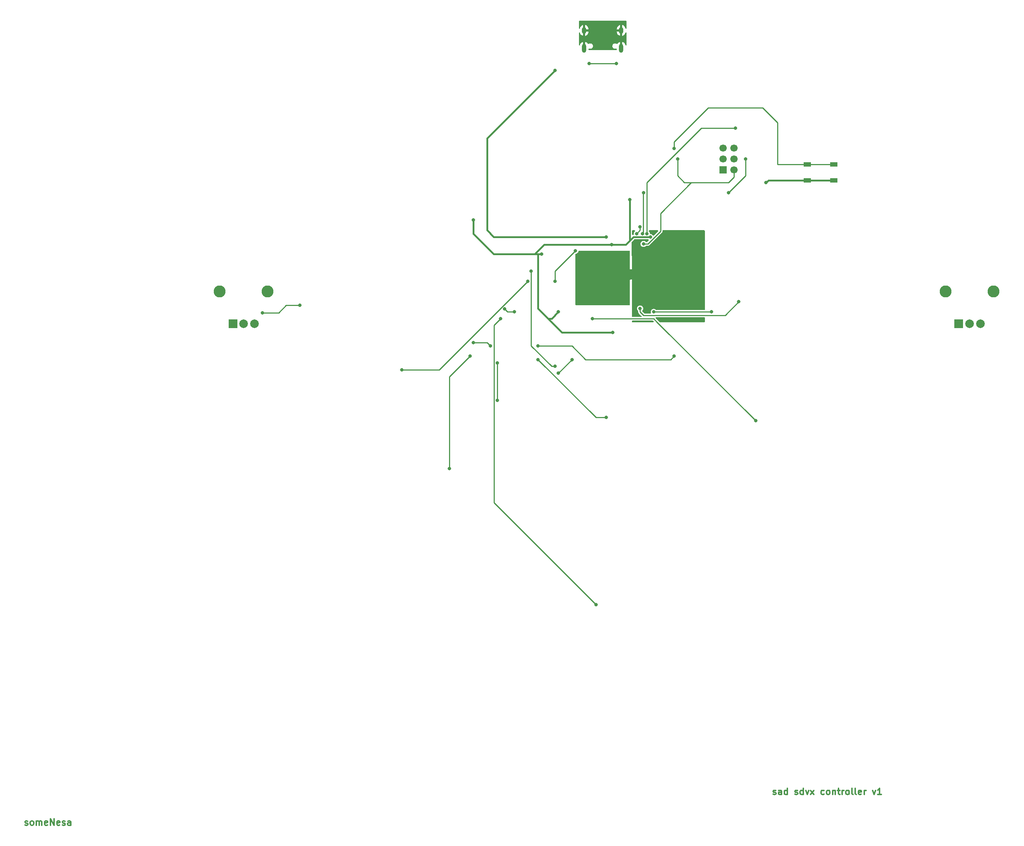
<source format=gbr>
%TF.GenerationSoftware,KiCad,Pcbnew,(6.0.5)*%
%TF.CreationDate,2022-06-07T02:55:43-07:00*%
%TF.ProjectId,sdvx-pcb,73647678-2d70-4636-922e-6b696361645f,rev?*%
%TF.SameCoordinates,Original*%
%TF.FileFunction,Copper,L1,Top*%
%TF.FilePolarity,Positive*%
%FSLAX46Y46*%
G04 Gerber Fmt 4.6, Leading zero omitted, Abs format (unit mm)*
G04 Created by KiCad (PCBNEW (6.0.5)) date 2022-06-07 02:55:43*
%MOMM*%
%LPD*%
G01*
G04 APERTURE LIST*
%ADD10C,0.300000*%
%TA.AperFunction,NonConductor*%
%ADD11C,0.300000*%
%TD*%
%TA.AperFunction,SMDPad,CuDef*%
%ADD12R,1.800000X1.100000*%
%TD*%
%TA.AperFunction,ComponentPad*%
%ADD13R,2.000000X2.000000*%
%TD*%
%TA.AperFunction,ComponentPad*%
%ADD14C,2.000000*%
%TD*%
%TA.AperFunction,ComponentPad*%
%ADD15C,2.800000*%
%TD*%
%TA.AperFunction,ComponentPad*%
%ADD16C,1.700000*%
%TD*%
%TA.AperFunction,ComponentPad*%
%ADD17R,1.700000X1.700000*%
%TD*%
%TA.AperFunction,ComponentPad*%
%ADD18O,1.000000X2.100000*%
%TD*%
%TA.AperFunction,ComponentPad*%
%ADD19O,1.000000X1.600000*%
%TD*%
%TA.AperFunction,ViaPad*%
%ADD20C,0.800000*%
%TD*%
%TA.AperFunction,Conductor*%
%ADD21C,0.254000*%
%TD*%
%TA.AperFunction,Conductor*%
%ADD22C,0.381000*%
%TD*%
G04 APERTURE END LIST*
D10*
D11*
X187417857Y-190313392D02*
X187560714Y-190384821D01*
X187846428Y-190384821D01*
X187989285Y-190313392D01*
X188060714Y-190170535D01*
X188060714Y-190099107D01*
X187989285Y-189956250D01*
X187846428Y-189884821D01*
X187632142Y-189884821D01*
X187489285Y-189813392D01*
X187417857Y-189670535D01*
X187417857Y-189599107D01*
X187489285Y-189456250D01*
X187632142Y-189384821D01*
X187846428Y-189384821D01*
X187989285Y-189456250D01*
X189346428Y-190384821D02*
X189346428Y-189599107D01*
X189275000Y-189456250D01*
X189132142Y-189384821D01*
X188846428Y-189384821D01*
X188703571Y-189456250D01*
X189346428Y-190313392D02*
X189203571Y-190384821D01*
X188846428Y-190384821D01*
X188703571Y-190313392D01*
X188632142Y-190170535D01*
X188632142Y-190027678D01*
X188703571Y-189884821D01*
X188846428Y-189813392D01*
X189203571Y-189813392D01*
X189346428Y-189741964D01*
X190703571Y-190384821D02*
X190703571Y-188884821D01*
X190703571Y-190313392D02*
X190560714Y-190384821D01*
X190275000Y-190384821D01*
X190132142Y-190313392D01*
X190060714Y-190241964D01*
X189989285Y-190099107D01*
X189989285Y-189670535D01*
X190060714Y-189527678D01*
X190132142Y-189456250D01*
X190275000Y-189384821D01*
X190560714Y-189384821D01*
X190703571Y-189456250D01*
X192489285Y-190313392D02*
X192632142Y-190384821D01*
X192917857Y-190384821D01*
X193060714Y-190313392D01*
X193132142Y-190170535D01*
X193132142Y-190099107D01*
X193060714Y-189956250D01*
X192917857Y-189884821D01*
X192703571Y-189884821D01*
X192560714Y-189813392D01*
X192489285Y-189670535D01*
X192489285Y-189599107D01*
X192560714Y-189456250D01*
X192703571Y-189384821D01*
X192917857Y-189384821D01*
X193060714Y-189456250D01*
X194417857Y-190384821D02*
X194417857Y-188884821D01*
X194417857Y-190313392D02*
X194275000Y-190384821D01*
X193989285Y-190384821D01*
X193846428Y-190313392D01*
X193775000Y-190241964D01*
X193703571Y-190099107D01*
X193703571Y-189670535D01*
X193775000Y-189527678D01*
X193846428Y-189456250D01*
X193989285Y-189384821D01*
X194275000Y-189384821D01*
X194417857Y-189456250D01*
X194989285Y-189384821D02*
X195346428Y-190384821D01*
X195703571Y-189384821D01*
X196132142Y-190384821D02*
X196917857Y-189384821D01*
X196132142Y-189384821D02*
X196917857Y-190384821D01*
X199275000Y-190313392D02*
X199132142Y-190384821D01*
X198846428Y-190384821D01*
X198703571Y-190313392D01*
X198632142Y-190241964D01*
X198560714Y-190099107D01*
X198560714Y-189670535D01*
X198632142Y-189527678D01*
X198703571Y-189456250D01*
X198846428Y-189384821D01*
X199132142Y-189384821D01*
X199275000Y-189456250D01*
X200132142Y-190384821D02*
X199989285Y-190313392D01*
X199917857Y-190241964D01*
X199846428Y-190099107D01*
X199846428Y-189670535D01*
X199917857Y-189527678D01*
X199989285Y-189456250D01*
X200132142Y-189384821D01*
X200346428Y-189384821D01*
X200489285Y-189456250D01*
X200560714Y-189527678D01*
X200632142Y-189670535D01*
X200632142Y-190099107D01*
X200560714Y-190241964D01*
X200489285Y-190313392D01*
X200346428Y-190384821D01*
X200132142Y-190384821D01*
X201275000Y-189384821D02*
X201275000Y-190384821D01*
X201275000Y-189527678D02*
X201346428Y-189456250D01*
X201489285Y-189384821D01*
X201703571Y-189384821D01*
X201846428Y-189456250D01*
X201917857Y-189599107D01*
X201917857Y-190384821D01*
X202417857Y-189384821D02*
X202989285Y-189384821D01*
X202632142Y-188884821D02*
X202632142Y-190170535D01*
X202703571Y-190313392D01*
X202846428Y-190384821D01*
X202989285Y-190384821D01*
X203489285Y-190384821D02*
X203489285Y-189384821D01*
X203489285Y-189670535D02*
X203560714Y-189527678D01*
X203632142Y-189456250D01*
X203775000Y-189384821D01*
X203917857Y-189384821D01*
X204632142Y-190384821D02*
X204489285Y-190313392D01*
X204417857Y-190241964D01*
X204346428Y-190099107D01*
X204346428Y-189670535D01*
X204417857Y-189527678D01*
X204489285Y-189456250D01*
X204632142Y-189384821D01*
X204846428Y-189384821D01*
X204989285Y-189456250D01*
X205060714Y-189527678D01*
X205132142Y-189670535D01*
X205132142Y-190099107D01*
X205060714Y-190241964D01*
X204989285Y-190313392D01*
X204846428Y-190384821D01*
X204632142Y-190384821D01*
X205989285Y-190384821D02*
X205846428Y-190313392D01*
X205775000Y-190170535D01*
X205775000Y-188884821D01*
X206775000Y-190384821D02*
X206632142Y-190313392D01*
X206560714Y-190170535D01*
X206560714Y-188884821D01*
X207917857Y-190313392D02*
X207775000Y-190384821D01*
X207489285Y-190384821D01*
X207346428Y-190313392D01*
X207275000Y-190170535D01*
X207275000Y-189599107D01*
X207346428Y-189456250D01*
X207489285Y-189384821D01*
X207775000Y-189384821D01*
X207917857Y-189456250D01*
X207989285Y-189599107D01*
X207989285Y-189741964D01*
X207275000Y-189884821D01*
X208632142Y-190384821D02*
X208632142Y-189384821D01*
X208632142Y-189670535D02*
X208703571Y-189527678D01*
X208775000Y-189456250D01*
X208917857Y-189384821D01*
X209060714Y-189384821D01*
X210560714Y-189384821D02*
X210917857Y-190384821D01*
X211275000Y-189384821D01*
X212632142Y-190384821D02*
X211775000Y-190384821D01*
X212203571Y-190384821D02*
X212203571Y-188884821D01*
X212060714Y-189099107D01*
X211917857Y-189241964D01*
X211775000Y-189313392D01*
D10*
D11*
X12899107Y-197457142D02*
X13041964Y-197528571D01*
X13327678Y-197528571D01*
X13470535Y-197457142D01*
X13541964Y-197314285D01*
X13541964Y-197242857D01*
X13470535Y-197100000D01*
X13327678Y-197028571D01*
X13113392Y-197028571D01*
X12970535Y-196957142D01*
X12899107Y-196814285D01*
X12899107Y-196742857D01*
X12970535Y-196600000D01*
X13113392Y-196528571D01*
X13327678Y-196528571D01*
X13470535Y-196600000D01*
X14399107Y-197528571D02*
X14256250Y-197457142D01*
X14184821Y-197385714D01*
X14113392Y-197242857D01*
X14113392Y-196814285D01*
X14184821Y-196671428D01*
X14256250Y-196600000D01*
X14399107Y-196528571D01*
X14613392Y-196528571D01*
X14756250Y-196600000D01*
X14827678Y-196671428D01*
X14899107Y-196814285D01*
X14899107Y-197242857D01*
X14827678Y-197385714D01*
X14756250Y-197457142D01*
X14613392Y-197528571D01*
X14399107Y-197528571D01*
X15541964Y-197528571D02*
X15541964Y-196528571D01*
X15541964Y-196671428D02*
X15613392Y-196600000D01*
X15756250Y-196528571D01*
X15970535Y-196528571D01*
X16113392Y-196600000D01*
X16184821Y-196742857D01*
X16184821Y-197528571D01*
X16184821Y-196742857D02*
X16256250Y-196600000D01*
X16399107Y-196528571D01*
X16613392Y-196528571D01*
X16756250Y-196600000D01*
X16827678Y-196742857D01*
X16827678Y-197528571D01*
X18113392Y-197457142D02*
X17970535Y-197528571D01*
X17684821Y-197528571D01*
X17541964Y-197457142D01*
X17470535Y-197314285D01*
X17470535Y-196742857D01*
X17541964Y-196600000D01*
X17684821Y-196528571D01*
X17970535Y-196528571D01*
X18113392Y-196600000D01*
X18184821Y-196742857D01*
X18184821Y-196885714D01*
X17470535Y-197028571D01*
X18827678Y-197528571D02*
X18827678Y-196028571D01*
X19684821Y-197528571D01*
X19684821Y-196028571D01*
X20970535Y-197457142D02*
X20827678Y-197528571D01*
X20541964Y-197528571D01*
X20399107Y-197457142D01*
X20327678Y-197314285D01*
X20327678Y-196742857D01*
X20399107Y-196600000D01*
X20541964Y-196528571D01*
X20827678Y-196528571D01*
X20970535Y-196600000D01*
X21041964Y-196742857D01*
X21041964Y-196885714D01*
X20327678Y-197028571D01*
X21613392Y-197457142D02*
X21756250Y-197528571D01*
X22041964Y-197528571D01*
X22184821Y-197457142D01*
X22256250Y-197314285D01*
X22256250Y-197242857D01*
X22184821Y-197100000D01*
X22041964Y-197028571D01*
X21827678Y-197028571D01*
X21684821Y-196957142D01*
X21613392Y-196814285D01*
X21613392Y-196742857D01*
X21684821Y-196600000D01*
X21827678Y-196528571D01*
X22041964Y-196528571D01*
X22184821Y-196600000D01*
X23541964Y-197528571D02*
X23541964Y-196742857D01*
X23470535Y-196600000D01*
X23327678Y-196528571D01*
X23041964Y-196528571D01*
X22899107Y-196600000D01*
X23541964Y-197457142D02*
X23399107Y-197528571D01*
X23041964Y-197528571D01*
X22899107Y-197457142D01*
X22827678Y-197314285D01*
X22827678Y-197171428D01*
X22899107Y-197028571D01*
X23041964Y-196957142D01*
X23399107Y-196957142D01*
X23541964Y-196885714D01*
D12*
%TO.P,SW1,1,1*%
%TO.N,GND*%
X201537500Y-47093750D03*
X195337500Y-47093750D03*
%TO.P,SW1,2,2*%
%TO.N,RESET*%
X201537500Y-43393750D03*
X195337500Y-43393750D03*
%TD*%
D13*
%TO.P,VOL-R1,A,A*%
%TO.N,VOLRA*%
X230706250Y-80525000D03*
D14*
%TO.P,VOL-R1,B,B*%
%TO.N,VOLRB*%
X235706250Y-80525000D03*
%TO.P,VOL-R1,C,C*%
%TO.N,VOLROUT*%
X233206250Y-80525000D03*
D15*
%TO.P,VOL-R1,MP*%
%TO.N,N/C*%
X238806250Y-73025000D03*
X227606250Y-73025000D03*
%TD*%
D13*
%TO.P,VOL-L1,A,A*%
%TO.N,VOLLA*%
X61393750Y-80525000D03*
D14*
%TO.P,VOL-L1,B,B*%
%TO.N,VOLLB*%
X66393750Y-80525000D03*
%TO.P,VOL-L1,C,C*%
%TO.N,VOLLOUT*%
X63893750Y-80525000D03*
D15*
%TO.P,VOL-L1,MP*%
%TO.N,N/C*%
X58293750Y-73025000D03*
X69493750Y-73025000D03*
%TD*%
D16*
%TO.P,J1,1,MISO*%
%TO.N,MISO*%
X178276250Y-39528750D03*
%TO.P,J1,2,VCC*%
%TO.N,+5V*%
X175736250Y-39528750D03*
%TO.P,J1,3,SCK*%
%TO.N,SCK*%
X178276250Y-42068750D03*
%TO.P,J1,4,MOSI*%
%TO.N,MOSI*%
X175736250Y-42068750D03*
%TO.P,J1,5,~{RST}*%
%TO.N,RESET*%
X178276250Y-44608750D03*
D17*
%TO.P,J1,6,GND*%
%TO.N,GND*%
X175736250Y-44608750D03*
%TD*%
D18*
%TO.P,USB1,13,SHIELD*%
%TO.N,GND*%
X151957500Y-16302500D03*
X143317500Y-16302500D03*
D19*
X151957500Y-12122500D03*
X143317500Y-12122500D03*
%TD*%
D20*
%TO.N,KEYROW*%
X130175000Y-70643750D03*
X136525000Y-70643750D03*
X141287500Y-63500000D03*
X100806250Y-91281250D03*
%TO.N,COLA*%
X137318750Y-92075000D03*
X140493750Y-88900000D03*
%TO.N,COLB*%
X123031250Y-89693750D03*
X123031250Y-98425000D03*
%TO.N,COLC*%
X132556250Y-88900000D03*
X148431250Y-102393750D03*
%TO.N,COLD*%
X145256250Y-79375000D03*
X183356250Y-103187500D03*
%TO.N,GND*%
X145256250Y-13493750D03*
X136525000Y-21431250D03*
X148431250Y-60325000D03*
X147637500Y-12700000D03*
X150018750Y-13493750D03*
X185737500Y-47625000D03*
%TO.N,+5V*%
X137318750Y-77787500D03*
X133350000Y-64293750D03*
X149684673Y-62103031D03*
X153987500Y-51593750D03*
X158750000Y-60325000D03*
X117475000Y-56356250D03*
X150018750Y-82550000D03*
%TO.N,VCC*%
X144462500Y-19843750D03*
X150812500Y-19843750D03*
%TO.N,COLL*%
X111918750Y-114300000D03*
X116681250Y-88106250D03*
%TO.N,COLR*%
X146050000Y-146050000D03*
X123825000Y-79375000D03*
%TO.N,MISO*%
X157956250Y-59531250D03*
X178593750Y-34925000D03*
%TO.N,SCK*%
X177006250Y-50006250D03*
X180975000Y-42068750D03*
X156368750Y-57943750D03*
X155575000Y-59531250D03*
%TO.N,MOSI*%
X156942785Y-59517288D03*
X157162500Y-50006250D03*
%TO.N,RESET*%
X165100000Y-42068750D03*
X157162500Y-61912500D03*
X164306250Y-39687500D03*
%TO.N,START*%
X179387500Y-75406250D03*
X156368750Y-76993750D03*
%TO.N,VOLLB*%
X132556250Y-85725000D03*
X121443750Y-85725000D03*
X164306250Y-88106250D03*
X117475000Y-84931250D03*
%TO.N,VOLRB*%
X159543750Y-77787500D03*
X173037500Y-77787500D03*
%TO.N,VOLLA*%
X127000000Y-77787500D03*
X124735589Y-77110589D03*
%TO.N,VOLLOUT*%
X76993750Y-76200000D03*
X68262500Y-77968730D03*
%TO.N,VOLROUT*%
X130968750Y-68262500D03*
X136525000Y-90487500D03*
%TD*%
D21*
%TO.N,KEYROW*%
X130175000Y-70643750D02*
X109537500Y-91281250D01*
X109537500Y-91281250D02*
X100806250Y-91281250D01*
X136525000Y-68262500D02*
X136525000Y-70643750D01*
X141287500Y-63500000D02*
X136525000Y-68262500D01*
%TO.N,COLA*%
X140493750Y-88900000D02*
X137318750Y-92075000D01*
%TO.N,COLB*%
X123031250Y-98425000D02*
X123031250Y-89693750D01*
%TO.N,COLC*%
X146050000Y-102393750D02*
X148431250Y-102393750D01*
X132556250Y-88900000D02*
X146050000Y-102393750D01*
%TO.N,COLD*%
X183356250Y-103187500D02*
X160337500Y-80168750D01*
X145256250Y-79375000D02*
X159543750Y-79375000D01*
X159543750Y-79375000D02*
X160337500Y-80168750D01*
D22*
%TO.N,GND*%
X122237500Y-60325000D02*
X120650000Y-58737500D01*
X201537500Y-47093750D02*
X195337500Y-47093750D01*
X195337500Y-47093750D02*
X186268750Y-47093750D01*
X148431250Y-60325000D02*
X122237500Y-60325000D01*
X120650000Y-58737500D02*
X120650000Y-37306250D01*
X186268750Y-47093750D02*
X185737500Y-47625000D01*
X120650000Y-37306250D02*
X136525000Y-21431250D01*
%TO.N,+5V*%
X135731250Y-79375000D02*
X134937500Y-79375000D01*
X138112500Y-82550000D02*
X150018750Y-82550000D01*
X117475000Y-59531250D02*
X117475000Y-56356250D01*
X122237500Y-64293750D02*
X117475000Y-59531250D01*
X137318750Y-77787500D02*
X135731250Y-79375000D01*
X132556250Y-64293750D02*
X131762500Y-64293750D01*
X131762500Y-64293750D02*
X133953230Y-62103020D01*
X133953230Y-62103020D02*
X150018750Y-62103020D01*
X154781250Y-60325000D02*
X153987500Y-61118750D01*
X153987500Y-51593750D02*
X153987500Y-61118750D01*
X153987500Y-61118750D02*
X153003230Y-62103020D01*
X133350000Y-64293750D02*
X132556250Y-64293750D01*
X158750000Y-60325000D02*
X154781250Y-60325000D01*
X153003230Y-62103020D02*
X150018750Y-62103020D01*
X131762500Y-64293750D02*
X122237500Y-64293750D01*
X134937500Y-79375000D02*
X138112500Y-82550000D01*
X132556250Y-64293750D02*
X132556250Y-76993750D01*
X132556250Y-76993750D02*
X134937500Y-79375000D01*
D21*
%TO.N,VCC*%
X150812500Y-19843750D02*
X144462500Y-19843750D01*
%TO.N,COLL*%
X111918750Y-114300000D02*
X111918750Y-92868750D01*
X111918750Y-92868750D02*
X116681250Y-88106250D01*
%TO.N,COLR*%
X122304739Y-122304739D02*
X122304739Y-80895261D01*
X122304739Y-80895261D02*
X123825000Y-79375000D01*
X146050000Y-146050000D02*
X122304739Y-122304739D01*
%TO.N,MISO*%
X170656250Y-34925000D02*
X169068750Y-36512500D01*
X169068750Y-36512500D02*
X157956250Y-47625000D01*
X157956250Y-47625000D02*
X157956250Y-59531250D01*
X178593750Y-34925000D02*
X170656250Y-34925000D01*
%TO.N,SCK*%
X156368750Y-58737500D02*
X155575000Y-59531250D01*
X156368750Y-57943750D02*
X156368750Y-58737500D01*
X180975000Y-46037500D02*
X177006250Y-50006250D01*
X180975000Y-42068750D02*
X180975000Y-46037500D01*
%TO.N,MOSI*%
X157095261Y-59364812D02*
X157095261Y-50073489D01*
X157095261Y-50073489D02*
X157162500Y-50006250D01*
X156942785Y-59517288D02*
X157095261Y-59364812D01*
%TO.N,RESET*%
X161131250Y-57943750D02*
X161131250Y-54768750D01*
X157162500Y-61912500D02*
X158189943Y-61912500D01*
X195337500Y-43393750D02*
X188381250Y-43393750D01*
X164306250Y-38100000D02*
X164306250Y-39687500D01*
X158189943Y-61912500D02*
X161131250Y-58971193D01*
X195337500Y-43393750D02*
X201537500Y-43393750D01*
X188381250Y-33600000D02*
X184943750Y-30162500D01*
X161131250Y-58971193D02*
X161131250Y-57943750D01*
X166687500Y-47625000D02*
X177006250Y-47625000D01*
X165100000Y-46037500D02*
X166687500Y-47625000D01*
X178276250Y-46355000D02*
X178276250Y-44608750D01*
X177006250Y-47625000D02*
X178276250Y-46355000D01*
X184943750Y-30162500D02*
X172243750Y-30162500D01*
X172243750Y-30162500D02*
X165893750Y-36512500D01*
X161131250Y-54768750D02*
X168275000Y-47625000D01*
X188381250Y-43393750D02*
X188381250Y-33600000D01*
X165100000Y-42068750D02*
X165100000Y-46037500D01*
X165893750Y-36512500D02*
X164306250Y-38100000D01*
%TO.N,START*%
X176212500Y-78581250D02*
X157162500Y-78581250D01*
X157162500Y-78581250D02*
X156368750Y-77787500D01*
X156368750Y-77787500D02*
X156368750Y-76993750D01*
X179387500Y-75406250D02*
X176212500Y-78581250D01*
%TO.N,VOLLB*%
X117475000Y-84931250D02*
X120650000Y-84931250D01*
X120650000Y-84931250D02*
X121443750Y-85725000D01*
X140493750Y-85725000D02*
X143668750Y-88900000D01*
X163512500Y-88900000D02*
X164306250Y-88106250D01*
X143668750Y-88900000D02*
X163512500Y-88900000D01*
X132556250Y-85725000D02*
X140493750Y-85725000D01*
%TO.N,VOLRB*%
X159543750Y-77787500D02*
X173037500Y-77787500D01*
%TO.N,VOLLA*%
X124735589Y-77110589D02*
X125412500Y-77787500D01*
X125412500Y-77787500D02*
X127000000Y-77787500D01*
%TO.N,VOLLOUT*%
X68262500Y-77968730D02*
X72050020Y-77968730D01*
X73818750Y-76200000D02*
X76993750Y-76200000D01*
X72050020Y-77968730D02*
X73818750Y-76200000D01*
%TO.N,VOLROUT*%
X135731250Y-90487500D02*
X130968750Y-85725000D01*
X136525000Y-90487500D02*
X135731250Y-90487500D01*
X130968750Y-85725000D02*
X130968750Y-68262500D01*
%TD*%
%TA.AperFunction,NonConductor*%
G36*
X155139081Y-58757502D02*
G01*
X155185574Y-58811158D01*
X155195678Y-58881432D01*
X155166184Y-58946012D01*
X155153790Y-58958449D01*
X155044615Y-59053689D01*
X154946010Y-59193989D01*
X154883718Y-59353759D01*
X154861335Y-59523776D01*
X154871619Y-59616924D01*
X154879264Y-59686173D01*
X154866858Y-59756078D01*
X154818628Y-59808178D01*
X154754025Y-59826000D01*
X154745421Y-59826000D01*
X154740982Y-59826636D01*
X154740977Y-59826636D01*
X154735342Y-59827443D01*
X154725286Y-59828473D01*
X154711067Y-59829356D01*
X154687974Y-59830788D01*
X154687971Y-59830789D01*
X154679019Y-59831344D01*
X154670580Y-59834390D01*
X154666752Y-59835183D01*
X154652382Y-59838766D01*
X154648642Y-59839859D01*
X154639760Y-59841132D01*
X154639609Y-59840077D01*
X154576871Y-59840010D01*
X154517186Y-59801561D01*
X154487763Y-59736949D01*
X154486500Y-59719152D01*
X154486500Y-58863500D01*
X154506502Y-58795379D01*
X154560158Y-58748886D01*
X154612500Y-58737500D01*
X155070960Y-58737500D01*
X155139081Y-58757502D01*
G37*
%TD.AperFunction*%
%TA.AperFunction,NonConductor*%
G36*
X160512984Y-58757502D02*
G01*
X160559477Y-58811158D01*
X160569581Y-58881432D01*
X160540087Y-58946012D01*
X160533958Y-58952595D01*
X159534306Y-59952247D01*
X159471994Y-59986273D01*
X159401179Y-59981208D01*
X159341371Y-59934520D01*
X159312064Y-59891878D01*
X159285357Y-59853019D01*
X159279686Y-59847966D01*
X159162993Y-59743996D01*
X159162990Y-59743994D01*
X159157321Y-59738943D01*
X159119943Y-59719152D01*
X159012481Y-59662254D01*
X159012482Y-59662254D01*
X159005769Y-59658700D01*
X158998404Y-59656850D01*
X158846822Y-59618775D01*
X158846818Y-59618775D01*
X158839451Y-59616924D01*
X158831852Y-59616884D01*
X158831850Y-59616884D01*
X158807589Y-59616757D01*
X158791304Y-59616672D01*
X158723288Y-59596314D01*
X158677077Y-59542416D01*
X158666876Y-59505812D01*
X158650265Y-59368549D01*
X158650264Y-59368546D01*
X158649352Y-59361008D01*
X158588737Y-59200594D01*
X158527116Y-59110935D01*
X158495909Y-59065528D01*
X158495908Y-59065526D01*
X158491607Y-59059269D01*
X158477552Y-59046746D01*
X158433931Y-59007882D01*
X158396376Y-58947632D01*
X158391750Y-58913805D01*
X158391750Y-58863500D01*
X158411752Y-58795379D01*
X158465408Y-58748886D01*
X158517750Y-58737500D01*
X160444863Y-58737500D01*
X160512984Y-58757502D01*
G37*
%TD.AperFunction*%
%TA.AperFunction,NonConductor*%
G36*
X171392121Y-58757502D02*
G01*
X171438614Y-58811158D01*
X171450000Y-58863500D01*
X171450000Y-77226000D01*
X171429998Y-77294121D01*
X171376342Y-77340614D01*
X171324000Y-77352000D01*
X160166944Y-77352000D01*
X160098823Y-77331998D01*
X160079338Y-77315260D01*
X160079107Y-77315519D01*
X159956743Y-77206496D01*
X159956740Y-77206494D01*
X159951071Y-77201443D01*
X159943075Y-77197209D01*
X159806231Y-77124754D01*
X159806232Y-77124754D01*
X159799519Y-77121200D01*
X159781946Y-77116786D01*
X159640572Y-77081275D01*
X159640568Y-77081275D01*
X159633201Y-77079424D01*
X159625602Y-77079384D01*
X159625600Y-77079384D01*
X159554144Y-77079010D01*
X159461719Y-77078526D01*
X159454339Y-77080298D01*
X159454337Y-77080298D01*
X159302352Y-77116786D01*
X159302348Y-77116787D01*
X159294973Y-77118558D01*
X159142589Y-77197209D01*
X159013365Y-77309939D01*
X158914760Y-77450239D01*
X158852468Y-77610009D01*
X158851476Y-77617542D01*
X158851476Y-77617543D01*
X158832510Y-77761609D01*
X158830085Y-77780026D01*
X158834725Y-77822055D01*
X158847583Y-77938517D01*
X158848903Y-77950475D01*
X158851512Y-77957606D01*
X158851513Y-77957608D01*
X158858408Y-77976449D01*
X158863034Y-78047295D01*
X158828624Y-78109395D01*
X158766102Y-78143034D01*
X158740082Y-78145750D01*
X157395080Y-78145750D01*
X157326959Y-78125748D01*
X157305985Y-78108845D01*
X156871763Y-77674623D01*
X156837737Y-77612311D01*
X156842802Y-77541496D01*
X156879027Y-77489717D01*
X156888328Y-77481773D01*
X156894105Y-77476839D01*
X156994174Y-77337580D01*
X157058135Y-77178470D01*
X157082297Y-77008697D01*
X157082454Y-76993750D01*
X157061852Y-76823508D01*
X157001237Y-76663094D01*
X156904107Y-76521769D01*
X156898436Y-76516716D01*
X156781743Y-76412746D01*
X156781740Y-76412744D01*
X156776071Y-76407693D01*
X156768075Y-76403459D01*
X156631231Y-76331004D01*
X156631232Y-76331004D01*
X156624519Y-76327450D01*
X156606946Y-76323036D01*
X156465572Y-76287525D01*
X156465568Y-76287525D01*
X156458201Y-76285674D01*
X156450602Y-76285634D01*
X156450600Y-76285634D01*
X156379144Y-76285260D01*
X156286719Y-76284776D01*
X156279339Y-76286548D01*
X156279337Y-76286548D01*
X156127352Y-76323036D01*
X156127348Y-76323037D01*
X156119973Y-76324808D01*
X155967589Y-76403459D01*
X155838365Y-76516189D01*
X155739760Y-76656489D01*
X155677468Y-76816259D01*
X155655085Y-76986276D01*
X155664494Y-77071500D01*
X155670074Y-77122039D01*
X155673903Y-77156725D01*
X155676512Y-77163856D01*
X155676513Y-77163858D01*
X155699254Y-77226000D01*
X155732835Y-77317765D01*
X155828480Y-77460099D01*
X155834098Y-77465211D01*
X155892049Y-77517942D01*
X155928972Y-77578582D01*
X155933250Y-77611136D01*
X155933250Y-77754175D01*
X155932377Y-77768983D01*
X155928548Y-77801334D01*
X155930240Y-77810598D01*
X155930240Y-77810600D01*
X155938729Y-77857081D01*
X155939379Y-77860984D01*
X155947801Y-77917001D01*
X155950822Y-77923292D01*
X155952076Y-77930159D01*
X155976121Y-77976449D01*
X155978210Y-77980470D01*
X155979972Y-77983997D01*
X156004488Y-78035052D01*
X156009224Y-78040176D01*
X156012443Y-78046372D01*
X156016607Y-78051247D01*
X156052553Y-78087193D01*
X156055982Y-78090758D01*
X156093381Y-78131216D01*
X156099570Y-78134810D01*
X156105331Y-78139971D01*
X156689765Y-78724405D01*
X156723791Y-78786717D01*
X156718726Y-78857532D01*
X156676179Y-78914368D01*
X156609659Y-78939179D01*
X156600670Y-78939500D01*
X154572015Y-78939500D01*
X154503894Y-78919498D01*
X154457401Y-78865842D01*
X154446015Y-78813313D01*
X154446055Y-78786717D01*
X154458729Y-70250501D01*
X154444676Y-70250706D01*
X154444675Y-70250706D01*
X154325087Y-70252452D01*
X153987500Y-70257380D01*
X152441276Y-70279952D01*
X152500180Y-67879625D01*
X154458729Y-67864899D01*
X154458612Y-67850327D01*
X154407047Y-61458107D01*
X154426499Y-61389828D01*
X154443947Y-61367996D01*
X154951037Y-60860905D01*
X155013350Y-60826880D01*
X155040133Y-60824000D01*
X158196867Y-60824000D01*
X158264988Y-60844002D01*
X158281666Y-60856806D01*
X158336565Y-60906760D01*
X158345912Y-60911835D01*
X158347486Y-60913401D01*
X158349433Y-60914785D01*
X158349202Y-60915109D01*
X158396235Y-60961913D01*
X158411496Y-61031250D01*
X158386847Y-61097831D01*
X158374890Y-61111663D01*
X158046458Y-61440095D01*
X157984146Y-61474121D01*
X157957363Y-61477000D01*
X157785694Y-61477000D01*
X157717573Y-61456998D01*
X157698088Y-61440260D01*
X157697857Y-61440519D01*
X157575493Y-61331496D01*
X157575490Y-61331494D01*
X157569821Y-61326443D01*
X157561825Y-61322209D01*
X157424981Y-61249754D01*
X157424982Y-61249754D01*
X157418269Y-61246200D01*
X157400696Y-61241786D01*
X157259322Y-61206275D01*
X157259318Y-61206275D01*
X157251951Y-61204424D01*
X157244352Y-61204384D01*
X157244350Y-61204384D01*
X157172894Y-61204010D01*
X157080469Y-61203526D01*
X157073089Y-61205298D01*
X157073087Y-61205298D01*
X156921102Y-61241786D01*
X156921098Y-61241787D01*
X156913723Y-61243558D01*
X156761339Y-61322209D01*
X156632115Y-61434939D01*
X156533510Y-61575239D01*
X156530750Y-61582319D01*
X156493323Y-61678314D01*
X156471218Y-61735009D01*
X156470226Y-61742542D01*
X156470226Y-61742543D01*
X156450608Y-61891561D01*
X156448835Y-61905026D01*
X156467653Y-62075475D01*
X156526585Y-62236515D01*
X156530822Y-62242821D01*
X156530824Y-62242824D01*
X156570100Y-62301272D01*
X156622230Y-62378849D01*
X156749065Y-62494260D01*
X156899768Y-62576085D01*
X157065639Y-62619601D01*
X157153086Y-62620974D01*
X157229503Y-62622175D01*
X157229506Y-62622175D01*
X157237102Y-62622294D01*
X157244506Y-62620598D01*
X157244508Y-62620598D01*
X157348956Y-62596676D01*
X157404259Y-62584010D01*
X157557458Y-62506959D01*
X157563229Y-62502030D01*
X157563232Y-62502028D01*
X157682079Y-62400523D01*
X157682082Y-62400519D01*
X157687855Y-62395589D01*
X157692288Y-62389419D01*
X157692937Y-62388714D01*
X157753770Y-62352109D01*
X157785686Y-62348000D01*
X158156618Y-62348000D01*
X158171426Y-62348873D01*
X158203777Y-62352702D01*
X158213041Y-62351010D01*
X158213043Y-62351010D01*
X158259524Y-62342521D01*
X158263427Y-62341871D01*
X158270635Y-62340787D01*
X158319444Y-62333449D01*
X158325735Y-62330428D01*
X158332602Y-62329174D01*
X158382925Y-62303034D01*
X158386440Y-62301278D01*
X158437495Y-62276762D01*
X158442619Y-62272026D01*
X158448815Y-62268807D01*
X158453690Y-62264643D01*
X158489636Y-62228697D01*
X158493202Y-62225267D01*
X158526744Y-62194261D01*
X158533659Y-62187869D01*
X158537253Y-62181680D01*
X158542414Y-62175919D01*
X161415626Y-59302707D01*
X161426716Y-59292852D01*
X161444903Y-59278515D01*
X161444907Y-59278511D01*
X161452302Y-59272681D01*
X161484526Y-59226056D01*
X161486813Y-59222856D01*
X161514884Y-59184851D01*
X161514885Y-59184849D01*
X161520477Y-59177278D01*
X161522790Y-59170693D01*
X161526758Y-59164951D01*
X161543841Y-59110935D01*
X161545094Y-59107179D01*
X161560748Y-59062604D01*
X161563868Y-59053720D01*
X161564142Y-59046746D01*
X161566247Y-59040090D01*
X161566750Y-59033698D01*
X161566750Y-58982841D01*
X161566847Y-58977895D01*
X161568036Y-58947632D01*
X161569009Y-58922865D01*
X161567175Y-58915948D01*
X161566750Y-58908227D01*
X161566750Y-58863500D01*
X161586752Y-58795379D01*
X161640408Y-58748886D01*
X161692750Y-58737500D01*
X171324000Y-58737500D01*
X171392121Y-58757502D01*
G37*
%TD.AperFunction*%
%TA.AperFunction,NonConductor*%
G36*
X171392121Y-79036752D02*
G01*
X171438614Y-79090408D01*
X171450000Y-79142750D01*
X171450000Y-80042750D01*
X171429998Y-80110871D01*
X171376342Y-80157364D01*
X171324000Y-80168750D01*
X161005580Y-80168750D01*
X160937459Y-80148748D01*
X160916485Y-80131845D01*
X160016485Y-79231845D01*
X159982459Y-79169533D01*
X159987524Y-79098718D01*
X160030071Y-79041882D01*
X160096591Y-79017071D01*
X160105580Y-79016750D01*
X171324000Y-79016750D01*
X171392121Y-79036752D01*
G37*
%TD.AperFunction*%
%TA.AperFunction,NonConductor*%
G36*
X159379291Y-79830502D02*
G01*
X159400265Y-79847405D01*
X159506515Y-79953655D01*
X159540541Y-80015967D01*
X159535476Y-80086782D01*
X159492929Y-80143618D01*
X159426409Y-80168429D01*
X159417420Y-80168750D01*
X154570190Y-80168750D01*
X154502069Y-80148748D01*
X154455576Y-80095092D01*
X154444190Y-80042563D01*
X154444348Y-79936313D01*
X154464451Y-79868222D01*
X154518176Y-79821809D01*
X154570348Y-79810500D01*
X159311170Y-79810500D01*
X159379291Y-79830502D01*
G37*
%TD.AperFunction*%
%TA.AperFunction,NonConductor*%
G36*
X153929621Y-63520002D02*
G01*
X153976114Y-63573658D01*
X153987500Y-63626000D01*
X153987500Y-76074000D01*
X153967498Y-76142121D01*
X153913842Y-76188614D01*
X153861500Y-76200000D01*
X141413500Y-76200000D01*
X141345379Y-76179998D01*
X141298886Y-76126342D01*
X141287500Y-76074000D01*
X141287500Y-64327285D01*
X141307502Y-64259164D01*
X141361158Y-64212671D01*
X141385370Y-64204465D01*
X141521858Y-64173205D01*
X141529259Y-64171510D01*
X141682458Y-64094459D01*
X141688229Y-64089530D01*
X141688232Y-64089528D01*
X141807078Y-63988023D01*
X141812855Y-63983089D01*
X141912924Y-63843830D01*
X141976885Y-63684720D01*
X141987769Y-63608246D01*
X142017170Y-63543623D01*
X142076842Y-63505155D01*
X142112512Y-63500000D01*
X153861500Y-63500000D01*
X153929621Y-63520002D01*
G37*
%TD.AperFunction*%
%TA.AperFunction,Conductor*%
%TO.N,GND*%
G36*
X153135871Y-9853502D02*
G01*
X153182364Y-9907158D01*
X153193750Y-9959500D01*
X153193750Y-11576233D01*
X153173748Y-11644354D01*
X153120092Y-11690847D01*
X153049818Y-11700951D01*
X152985238Y-11671457D01*
X152947128Y-11612652D01*
X152895731Y-11442421D01*
X152891059Y-11431084D01*
X152804040Y-11267423D01*
X152797251Y-11257206D01*
X152680103Y-11113567D01*
X152671459Y-11104863D01*
X152528644Y-10986716D01*
X152518473Y-10979856D01*
X152355424Y-10891696D01*
X152344119Y-10886944D01*
X152228808Y-10851250D01*
X152214705Y-10851044D01*
X152211500Y-10857799D01*
X152211500Y-13380424D01*
X152215473Y-13393955D01*
X152223268Y-13395075D01*
X152331021Y-13363362D01*
X152342389Y-13358769D01*
X152506654Y-13272893D01*
X152516915Y-13266179D01*
X152661373Y-13150032D01*
X152670132Y-13141454D01*
X152789278Y-12999461D01*
X152796208Y-12989341D01*
X152885502Y-12826915D01*
X152890333Y-12815645D01*
X152947648Y-12634964D01*
X152987311Y-12576080D01*
X153052513Y-12547988D01*
X153122553Y-12559605D01*
X153175193Y-12607245D01*
X153193750Y-12673063D01*
X153193750Y-15506233D01*
X153173748Y-15574354D01*
X153120092Y-15620847D01*
X153049818Y-15630951D01*
X152985238Y-15601457D01*
X152947128Y-15542652D01*
X152895731Y-15372421D01*
X152891059Y-15361084D01*
X152804040Y-15197423D01*
X152797251Y-15187206D01*
X152680103Y-15043567D01*
X152671459Y-15034863D01*
X152528644Y-14916716D01*
X152518473Y-14909856D01*
X152355424Y-14821696D01*
X152344119Y-14816944D01*
X152228808Y-14781250D01*
X152214705Y-14781044D01*
X152211500Y-14787799D01*
X152211500Y-16430500D01*
X152191498Y-16498621D01*
X152137842Y-16545114D01*
X152085500Y-16556500D01*
X151829500Y-16556500D01*
X151761379Y-16536498D01*
X151714886Y-16482842D01*
X151703500Y-16430500D01*
X151703500Y-14794576D01*
X151699527Y-14781045D01*
X151691732Y-14779925D01*
X151583979Y-14811638D01*
X151572611Y-14816231D01*
X151408346Y-14902107D01*
X151398085Y-14908821D01*
X151253627Y-15024968D01*
X151244868Y-15033546D01*
X151125722Y-15175539D01*
X151118792Y-15185660D01*
X151097920Y-15223626D01*
X151047575Y-15273685D01*
X150978158Y-15288578D01*
X150913443Y-15264860D01*
X150908602Y-15261343D01*
X150902821Y-15255914D01*
X150762560Y-15178805D01*
X150607530Y-15139000D01*
X150487644Y-15139000D01*
X150430932Y-15146165D01*
X150376568Y-15153032D01*
X150376565Y-15153033D01*
X150368703Y-15154026D01*
X150219883Y-15212948D01*
X150213472Y-15217606D01*
X150213470Y-15217607D01*
X150166002Y-15252095D01*
X150090393Y-15307028D01*
X149988367Y-15430356D01*
X149984994Y-15437523D01*
X149984992Y-15437527D01*
X149958452Y-15493929D01*
X149920217Y-15575182D01*
X149890225Y-15732406D01*
X149900275Y-15892150D01*
X149902724Y-15899686D01*
X149902724Y-15899688D01*
X149927842Y-15976991D01*
X149949736Y-16044375D01*
X150035500Y-16179518D01*
X150152179Y-16289086D01*
X150292440Y-16366195D01*
X150447470Y-16406000D01*
X150567356Y-16406000D01*
X150624068Y-16398835D01*
X150678432Y-16391968D01*
X150678435Y-16391967D01*
X150686297Y-16390974D01*
X150777117Y-16355016D01*
X150847816Y-16348537D01*
X150910796Y-16381309D01*
X150946060Y-16442929D01*
X150949500Y-16472168D01*
X150949500Y-16542750D01*
X150929498Y-16610871D01*
X150875842Y-16657364D01*
X150823500Y-16668750D01*
X144451500Y-16668750D01*
X144383379Y-16648748D01*
X144336886Y-16595092D01*
X144325500Y-16542750D01*
X144325500Y-16476479D01*
X144345502Y-16408358D01*
X144399158Y-16361865D01*
X144469432Y-16351761D01*
X144497463Y-16361116D01*
X144498120Y-16359457D01*
X144505493Y-16362376D01*
X144512440Y-16366195D01*
X144667470Y-16406000D01*
X144787356Y-16406000D01*
X144844068Y-16398835D01*
X144898432Y-16391968D01*
X144898435Y-16391967D01*
X144906297Y-16390974D01*
X145055117Y-16332052D01*
X145184607Y-16237972D01*
X145286633Y-16114644D01*
X145290006Y-16107477D01*
X145290008Y-16107473D01*
X145323248Y-16036833D01*
X145354783Y-15969818D01*
X145384775Y-15812594D01*
X145374725Y-15652850D01*
X145362555Y-15615395D01*
X145327715Y-15508167D01*
X145327714Y-15508164D01*
X145325264Y-15500625D01*
X145239500Y-15365482D01*
X145122821Y-15255914D01*
X144982560Y-15178805D01*
X144827530Y-15139000D01*
X144707644Y-15139000D01*
X144650932Y-15146165D01*
X144596568Y-15153032D01*
X144596565Y-15153033D01*
X144588703Y-15154026D01*
X144439883Y-15212948D01*
X144433472Y-15217606D01*
X144433470Y-15217607D01*
X144364125Y-15267989D01*
X144297257Y-15291848D01*
X144228105Y-15275767D01*
X144178812Y-15225205D01*
X144164043Y-15197427D01*
X144157251Y-15187206D01*
X144040103Y-15043567D01*
X144031459Y-15034863D01*
X143888644Y-14916716D01*
X143878473Y-14909856D01*
X143715424Y-14821696D01*
X143704119Y-14816944D01*
X143588808Y-14781250D01*
X143574705Y-14781044D01*
X143571500Y-14787799D01*
X143571500Y-16430500D01*
X143551498Y-16498621D01*
X143497842Y-16545114D01*
X143445500Y-16556500D01*
X143189500Y-16556500D01*
X143121379Y-16536498D01*
X143074886Y-16482842D01*
X143063500Y-16430500D01*
X143063500Y-14794576D01*
X143059527Y-14781045D01*
X143051732Y-14779925D01*
X142943979Y-14811638D01*
X142932611Y-14816231D01*
X142768346Y-14902107D01*
X142758085Y-14908821D01*
X142613627Y-15024968D01*
X142604868Y-15033546D01*
X142485722Y-15175539D01*
X142478792Y-15185659D01*
X142389498Y-15348085D01*
X142384667Y-15359355D01*
X142327352Y-15540036D01*
X142287689Y-15598920D01*
X142222487Y-15627012D01*
X142152447Y-15615395D01*
X142099807Y-15567755D01*
X142081250Y-15501937D01*
X142081250Y-12668767D01*
X142101252Y-12600646D01*
X142154908Y-12554153D01*
X142225182Y-12544049D01*
X142289762Y-12573543D01*
X142327872Y-12632348D01*
X142379269Y-12802579D01*
X142383941Y-12813916D01*
X142470960Y-12977577D01*
X142477749Y-12987794D01*
X142594897Y-13131433D01*
X142603541Y-13140137D01*
X142746356Y-13258284D01*
X142756527Y-13265144D01*
X142919576Y-13353304D01*
X142930881Y-13358056D01*
X143046192Y-13393750D01*
X143060295Y-13393956D01*
X143063500Y-13387201D01*
X143063500Y-13380424D01*
X143571500Y-13380424D01*
X143575473Y-13393955D01*
X143583268Y-13395075D01*
X143691021Y-13363362D01*
X143702389Y-13358769D01*
X143866654Y-13272893D01*
X143876915Y-13266179D01*
X144021373Y-13150032D01*
X144030132Y-13141454D01*
X144149278Y-12999461D01*
X144156208Y-12989341D01*
X144245502Y-12826915D01*
X144250334Y-12815642D01*
X144306380Y-12638962D01*
X144308930Y-12626968D01*
X144325107Y-12482739D01*
X144325500Y-12475715D01*
X144325500Y-12469157D01*
X150949500Y-12469157D01*
X150949801Y-12475305D01*
X150963312Y-12613103D01*
X150965695Y-12625138D01*
X151019267Y-12802576D01*
X151023941Y-12813916D01*
X151110960Y-12977577D01*
X151117749Y-12987794D01*
X151234897Y-13131433D01*
X151243541Y-13140137D01*
X151386356Y-13258284D01*
X151396527Y-13265144D01*
X151559576Y-13353304D01*
X151570881Y-13358056D01*
X151686192Y-13393750D01*
X151700295Y-13393956D01*
X151703500Y-13387201D01*
X151703500Y-12394615D01*
X151699025Y-12379376D01*
X151697635Y-12378171D01*
X151689952Y-12376500D01*
X150967615Y-12376500D01*
X150952376Y-12380975D01*
X150951171Y-12382365D01*
X150949500Y-12390048D01*
X150949500Y-12469157D01*
X144325500Y-12469157D01*
X144325500Y-12394615D01*
X144321025Y-12379376D01*
X144319635Y-12378171D01*
X144311952Y-12376500D01*
X143589615Y-12376500D01*
X143574376Y-12380975D01*
X143573171Y-12382365D01*
X143571500Y-12390048D01*
X143571500Y-13380424D01*
X143063500Y-13380424D01*
X143063500Y-11850385D01*
X143571500Y-11850385D01*
X143575975Y-11865624D01*
X143577365Y-11866829D01*
X143585048Y-11868500D01*
X144307385Y-11868500D01*
X144322624Y-11864025D01*
X144323829Y-11862635D01*
X144325500Y-11854952D01*
X144325500Y-11850385D01*
X150949500Y-11850385D01*
X150953975Y-11865624D01*
X150955365Y-11866829D01*
X150963048Y-11868500D01*
X151685385Y-11868500D01*
X151700624Y-11864025D01*
X151701829Y-11862635D01*
X151703500Y-11854952D01*
X151703500Y-10864576D01*
X151699527Y-10851045D01*
X151691732Y-10849925D01*
X151583979Y-10881638D01*
X151572611Y-10886231D01*
X151408346Y-10972107D01*
X151398085Y-10978821D01*
X151253627Y-11094968D01*
X151244868Y-11103546D01*
X151125722Y-11245539D01*
X151118792Y-11255659D01*
X151029498Y-11418085D01*
X151024666Y-11429358D01*
X150968620Y-11606038D01*
X150966070Y-11618032D01*
X150949893Y-11762261D01*
X150949500Y-11769285D01*
X150949500Y-11850385D01*
X144325500Y-11850385D01*
X144325500Y-11775843D01*
X144325199Y-11769695D01*
X144311688Y-11631897D01*
X144309305Y-11619862D01*
X144255733Y-11442424D01*
X144251059Y-11431084D01*
X144164040Y-11267423D01*
X144157251Y-11257206D01*
X144040103Y-11113567D01*
X144031459Y-11104863D01*
X143888644Y-10986716D01*
X143878473Y-10979856D01*
X143715424Y-10891696D01*
X143704119Y-10886944D01*
X143588808Y-10851250D01*
X143574705Y-10851044D01*
X143571500Y-10857799D01*
X143571500Y-11850385D01*
X143063500Y-11850385D01*
X143063500Y-10864576D01*
X143059527Y-10851045D01*
X143051732Y-10849925D01*
X142943979Y-10881638D01*
X142932611Y-10886231D01*
X142768346Y-10972107D01*
X142758085Y-10978821D01*
X142613627Y-11094968D01*
X142604868Y-11103546D01*
X142485722Y-11245539D01*
X142478792Y-11255659D01*
X142389498Y-11418085D01*
X142384667Y-11429355D01*
X142327352Y-11610036D01*
X142287689Y-11668920D01*
X142222487Y-11697012D01*
X142152447Y-11685395D01*
X142099807Y-11637755D01*
X142081250Y-11571937D01*
X142081250Y-9959500D01*
X142101252Y-9891379D01*
X142154908Y-9844886D01*
X142207250Y-9833500D01*
X153067750Y-9833500D01*
X153135871Y-9853502D01*
G37*
%TD.AperFunction*%
%TD*%
M02*

</source>
